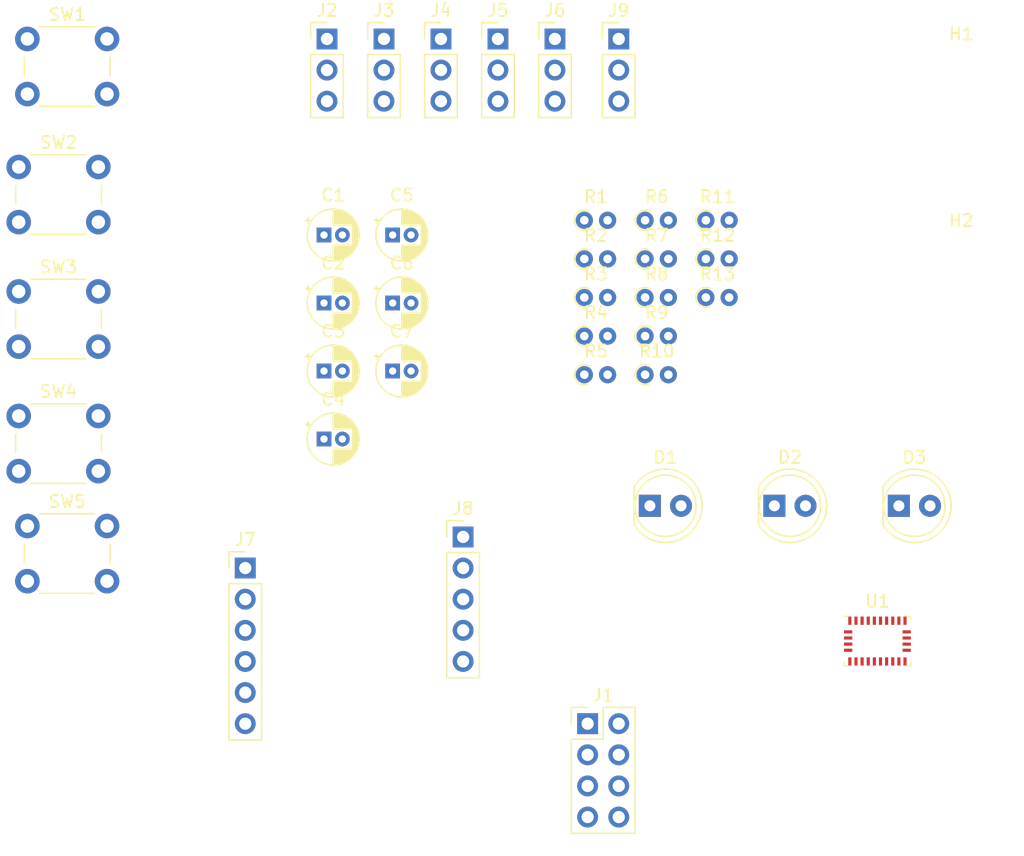
<source format=kicad_pcb>
(kicad_pcb (version 20221018) (generator pcbnew)
  (layers (0 "F.Cu" signal) (31 "B.Cu" signal) (34 "B.Paste" user) (35 "F.Paste" user) (36 "B.SilkS" user "B.Silkscreen") (37 "F.SilkS" user "F.Silkscreen") (38 "B.Mask" user) (39 "F.Mask" user) (44 "Edge.Cuts" user))
  (net 0 "")
  (net 1 "/RST")
  (net 2 "GND")
  (net 3 "/SW0")
  (net 4 "/SW1")
  (net 5 "/SW2")
  (net 6 "+3.3V")
  (net 7 "Net-(U1-CAP)")
  (net 8 "Net-(D1-K)")
  (net 9 "Net-(D2-K)")
  (net 10 "/LED0")
  (net 11 "Net-(D3-K)")
  (net 12 "/LED1")
  (net 13 "VBUS")
  (net 14 "+5V")
  (net 15 "/GP0_UART0_TX")
  (net 16 "/GP1_UART0_RX")
  (net 17 "/GP8_UART1_TX")
  (net 18 "/GP9_UART1_RX")
  (net 19 "VDDA")
  (net 20 "/GP26_ADC0")
  (net 21 "GNDA")
  (net 22 "/GP27_ADC1")
  (net 23 "/GP28_ADC2")
  (net 24 "/SPI0_CS")
  (net 25 "/SPI0_SCK")
  (net 26 "/SPI0_MOSI")
  (net 27 "/SPI0_MISO")
  (net 28 "/GP7_AD0")
  (net 29 "/I2C1_SDA")
  (net 30 "/I2C1_SCL")
  (net 31 "/SWCLK")
  (net 32 "/SWDIO")
  (net 33 "Net-(R4-Pad1)")
  (net 34 "+3V3")
  (net 35 "Net-(R6-Pad1)")
  (net 36 "Net-(R8-Pad1)")
  (net 37 "Net-(R10-Pad1)")
  (net 38 "Net-(R13-Pad1)")
  (net 45 "/GP6_INT")
  (net 46 "/I2C0_SCL")
  (net 47 "/I2C0_SDA")
  (footprint "Capacitor_THT:CP_Radial_D4.0mm_P1.50mm" (layer "F.Cu") (at 113.629602 72.82)
    (fp_text reference "C7" (at 0.75 -3.25) (layer "F.SilkS"))
    (fp_text value "100nF")
    (pad "1" thru_hole rect (at 0 0) (size 1.2 1.2) (drill 0.6) (layers "*.Cu" "*.Mask") (net 2 "GND"))
    (pad "2" thru_hole circle (at 1.5 0) (size 1.2 1.2) (drill 0.6) (layers "*.Cu" "*.Mask") (net 7 "Net-(U1-CAP)"))
  )
  (footprint "Connector_PinHeader_2.54mm:PinHeader_1x03_P2.54mm_Vertical" (layer "F.Cu") (at 132.08 45.72)
    (fp_text reference "J9" (at 0 -2.33) (layer "F.SilkS"))
    (fp_text value "Conn_01x03")
    (pad "1" thru_hole rect (at 0 0) (size 1.7 1.7) (drill 1) (layers "*.Cu" "*.Mask") (net 2 "GND"))
    (pad "2" thru_hole oval (at 0 2.54) (size 1.7 1.7) (drill 1) (layers "*.Cu" "*.Mask") (net 31 "/SWCLK"))
    (pad "3" thru_hole oval (at 0 5.08) (size 1.7 1.7) (drill 1) (layers "*.Cu" "*.Mask") (net 32 "/SWDIO"))
  )
  (footprint "LED_THT:LED_D5.0mm" (layer "F.Cu") (at 134.62 83.82)
    (fp_text reference "D1" (at 1.27 -3.96) (layer "F.SilkS"))
    (fp_text value "LED")
    (pad "1" thru_hole rect (at 0 0) (size 1.8 1.8) (drill 0.9) (layers "*.Cu" "*.Mask") (net 8 "Net-(D1-K)"))
    (pad "2" thru_hole circle (at 2.54 0) (size 1.8 1.8) (drill 0.9) (layers "*.Cu" "*.Mask") (net 6 "+3.3V"))
  )
  (footprint "Resistor_THT:R_Axial_DIN0204_L3.6mm_D1.6mm_P1.90mm_Vertical" (layer "F.Cu") (at 134.23 66.82)
    (fp_text reference "R8" (at 0.95 -1.92) (layer "F.SilkS"))
    (fp_text value "100")
    (pad "1" thru_hole circle (at 0 0) (size 1.4 1.4) (drill 0.7) (layers "*.Cu" "*.Mask") (net 36 "Net-(R8-Pad1)"))
    (pad "2" thru_hole oval (at 1.9 0) (size 1.4 1.4) (drill 0.7) (layers "*.Cu" "*.Mask") (net 2 "GND"))
  )
  (footprint "Resistor_THT:R_Axial_DIN0204_L3.6mm_D1.6mm_P1.90mm_Vertical" (layer "F.Cu") (at 134.23 69.97)
    (fp_text reference "R9" (at 0.95 -1.92) (layer "F.SilkS"))
    (fp_text value "10k")
    (pad "1" thru_hole circle (at 0 0) (size 1.4 1.4) (drill 0.7) (layers "*.Cu" "*.Mask") (net 34 "+3V3"))
    (pad "2" thru_hole oval (at 1.9 0) (size 1.4 1.4) (drill 0.7) (layers "*.Cu" "*.Mask") (net 4 "/SW1"))
  )
  (footprint "Connector_PinHeader_2.54mm:PinHeader_1x03_P2.54mm_Vertical" (layer "F.Cu") (at 112.92 45.72)
    (fp_text reference "J3" (at 0 -2.33) (layer "F.SilkS"))
    (fp_text value "Conn_01x03")
    (pad "1" thru_hole rect (at 0 0) (size 1.7 1.7) (drill 1) (layers "*.Cu" "*.Mask") (net 2 "GND"))
    (pad "2" thru_hole oval (at 0 2.54) (size 1.7 1.7) (drill 1) (layers "*.Cu" "*.Mask") (net 17 "/GP8_UART1_TX"))
    (pad "3" thru_hole oval (at 0 5.08) (size 1.7 1.7) (drill 1) (layers "*.Cu" "*.Mask") (net 18 "/GP9_UART1_RX"))
  )
  (footprint "Resistor_THT:R_Axial_DIN0204_L3.6mm_D1.6mm_P1.90mm_Vertical" (layer "F.Cu") (at 139.19 66.82)
    (fp_text reference "R13" (at 0.95 -1.92) (layer "F.SilkS"))
    (fp_text value "100")
    (pad "1" thru_hole circle (at 0 0) (size 1.4 1.4) (drill 0.7) (layers "*.Cu" "*.Mask") (net 38 "Net-(R13-Pad1)"))
    (pad "2" thru_hole oval (at 1.9 0) (size 1.4 1.4) (drill 0.7) (layers "*.Cu" "*.Mask") (net 2 "GND"))
  )
  (footprint "Resistor_THT:R_Axial_DIN0204_L3.6mm_D1.6mm_P1.90mm_Vertical" (layer "F.Cu") (at 129.27 63.67)
    (fp_text reference "R2" (at 0.95 -1.92) (layer "F.SilkS"))
    (fp_text value "330")
    (pad "1" thru_hole circle (at 0 0) (size 1.4 1.4) (drill 0.7) (layers "*.Cu" "*.Mask") (net 9 "Net-(D2-K)"))
    (pad "2" thru_hole oval (at 1.9 0) (size 1.4 1.4) (drill 0.7) (layers "*.Cu" "*.Mask") (net 2 "GND"))
  )
  (footprint "Connector_PinHeader_2.54mm:PinHeader_1x06_P2.54mm_Vertical" (layer "F.Cu") (at 101.6 88.9)
    (fp_text reference "J7" (at 0 -2.33) (layer "F.SilkS"))
    (fp_text value "Conn_01x06")
    (pad "1" thru_hole rect (at 0 0) (size 1.7 1.7) (drill 1) (layers "*.Cu" "*.Mask") (net 24 "/SPI0_CS"))
    (pad "2" thru_hole oval (at 0 2.54) (size 1.7 1.7) (drill 1) (layers "*.Cu" "*.Mask") (net 25 "/SPI0_SCK"))
    (pad "3" thru_hole oval (at 0 5.08) (size 1.7 1.7) (drill 1) (layers "*.Cu" "*.Mask") (net 26 "/SPI0_MOSI"))
    (pad "4" thru_hole oval (at 0 7.62) (size 1.7 1.7) (drill 1) (layers "*.Cu" "*.Mask") (net 27 "/SPI0_MISO"))
    (pad "5" thru_hole oval (at 0 10.16) (size 1.7 1.7) (drill 1) (layers "*.Cu" "*.Mask") (net 14 "+5V"))
    (pad "6" thru_hole oval (at 0 12.7) (size 1.7 1.7) (drill 1) (layers "*.Cu" "*.Mask") (net 2 "GND"))
  )
  (footprint "Button_Switch_THT:SW_PUSH_6mm" (layer "F.Cu") (at 83.82 45.72)
    (fp_text reference "SW1" (at 3.25 -2) (layer "F.SilkS"))
    (fp_text value "SW_Push")
    (pad "1" thru_hole circle (at 0 0 90) (size 2 2) (drill 1.1) (layers "*.Cu" "*.Mask") (net 33 "Net-(R4-Pad1)"))
    (pad "1" thru_hole circle (at 6.5 0 90) (size 2 2) (drill 1.1) (layers "*.Cu" "*.Mask") (net 33 "Net-(R4-Pad1)"))
    (pad "2" thru_hole circle (at 0 4.5 90) (size 2 2) (drill 1.1) (layers "*.Cu" "*.Mask") (net 1 "/RST"))
    (pad "2" thru_hole circle (at 6.5 4.5 90) (size 2 2) (drill 1.1) (layers "*.Cu" "*.Mask") (net 1 "/RST"))
  )
  (footprint "Package_LGA:LGA-28_5.2x3.8mm_P0.5mm" (layer "F.Cu") (at 153.19 94.8575)
    (fp_text reference "U1" (at 0 -3.25) (layer "F.SilkS"))
    (fp_text value "BNO055")
    (pad "1" smd rect (at -2.25 -1.6625) (size 0.254 0.675) (layers "F.Cu" "F.Paste" "F.Mask"))
    (pad "2" smd rect (at -2.3875 -0.75 90) (size 0.254 0.675) (layers "F.Cu" "F.Paste" "F.Mask") (net 2 "GND"))
    (pad "3" smd rect (at -2.3875 -0.25 90) (size 0.254 0.675) (layers "F.Cu" "F.Paste" "F.Mask") (net 6 "+3.3V"))
    (pad "4" smd rect (at -2.3875 0.25 90) (size 0.254 0.675) (layers "F.Cu" "F.Paste" "F.Mask") (net 6 "+3.3V"))
    (pad "5" smd rect (at -2.3875 0.75 90) (size 0.254 0.675) (layers "F.Cu" "F.Paste" "F.Mask") (net 2 "GND"))
    (pad "6" smd rect (at -2.25 1.6625) (size 0.254 0.675) (layers "F.Cu" "F.Paste" "F.Mask") (net 2 "GND"))
    (pad "7" smd rect (at -1.75 1.6625) (size 0.254 0.675) (layers "F.Cu" "F.Paste" "F.Mask"))
    (pad "8" smd rect (at -1.25 1.6625) (size 0.254 0.675) (layers "F.Cu" "F.Paste" "F.Mask"))
    (pad "9" smd rect (at -0.75 1.6625) (size 0.254 0.675) (layers "F.Cu" "F.Paste" "F.Mask") (net 7 "Net-(U1-CAP)"))
    (pad "10" smd rect (at -0.25 1.6625) (size 0.254 0.675) (layers "F.Cu" "F.Paste" "F.Mask"))
    (pad "11" smd rect (at 0.25 1.6625) (size 0.254 0.675) (layers "F.Cu" "F.Paste" "F.Mask") (net 1 "/RST"))
    (pad "12" smd rect (at 0.75 1.6625) (size 0.254 0.675) (layers "F.Cu" "F.Paste" "F.Mask"))
    (pad "13" smd rect (at 1.25 1.6625) (size 0.254 0.675) (layers "F.Cu" "F.Paste" "F.Mask"))
    (pad "14" smd rect (at 1.75 1.6625) (size 0.254 0.675) (layers "F.Cu" "F.Paste" "F.Mask") (net 45 "/GP6_INT"))
    (pad "15" smd rect (at 2.25 1.6625) (size 0.254 0.675) (layers "F.Cu" "F.Paste" "F.Mask") (net 2 "GND"))
    (pad "16" smd rect (at 2.3875 0.75 90) (size 0.254 0.675) (layers "F.Cu" "F.Paste" "F.Mask") (net 2 "GND"))
    (pad "17" smd rect (at 2.3875 0.25 90) (size 0.254 0.675) (layers "F.Cu" "F.Paste" "F.Mask") (net 2 "GND"))
    (pad "18" smd rect (at 2.3875 -0.25 90) (size 0.254 0.675) (layers "F.Cu" "F.Paste" "F.Mask") (net 2 "GND"))
    (pad "19" smd rect (at 2.3875 -0.75 90) (size 0.254 0.675) (layers "F.Cu" "F.Paste" "F.Mask") (net 46 "/I2C0_SCL"))
    (pad "20" smd rect (at 2.25 -1.6625) (size 0.254 0.675) (layers "F.Cu" "F.Paste" "F.Mask") (net 47 "/I2C0_SDA"))
    (pad "21" smd rect (at 1.75 -1.6625) (size 0.254 0.675) (layers "F.Cu" "F.Paste" "F.Mask"))
    (pad "22" smd rect (at 1.25 -1.6625) (size 0.254 0.675) (layers "F.Cu" "F.Paste" "F.Mask"))
    (pad "23" smd rect (at 0.75 -1.6625) (size 0.254 0.675) (layers "F.Cu" "F.Paste" "F.Mask"))
    (pad "24" smd rect (at 0.25 -1.6625) (size 0.254 0.675) (layers "F.Cu" "F.Paste" "F.Mask"))
    (pad "25" smd rect (at -0.25 -1.6625) (size 0.254 0.675) (layers "F.Cu" "F.Paste" "F.Mask") (net 2 "GND"))
    (pad "26" smd rect (at -0.75 -1.6625) (size 0.254 0.675) (layers "F.Cu" "F.Paste" "F.Mask"))
    (pad "27" smd rect (at -1.25 -1.6625) (size 0.254 0.675) (layers "F.Cu" "F.Paste" "F.Mask"))
    (pad "28" smd rect (at -1.75 -1.6625) (size 0.254 0.675) (layers "F.Cu" "F.Paste" "F.Mask") (net 6 "+3.3V"))
  )
  (footprint "Capacitor_THT:CP_Radial_D4.0mm_P1.50mm" (layer "F.Cu") (at 108.024801 61.72)
    (fp_text reference "C1" (at 0.75 -3.25) (layer "F.SilkS"))
    (fp_text value "100nF")
    (pad "1" thru_hole rect (at 0 0) (size 1.2 1.2) (drill 0.6) (layers "*.Cu" "*.Mask") (net 1 "/RST"))
    (pad "2" thru_hole circle (at 1.5 0) (size 1.2 1.2) (drill 0.6) (layers "*.Cu" "*.Mask") (net 2 "GND"))
  )
  (footprint "Resistor_THT:R_Axial_DIN0204_L3.6mm_D1.6mm_P1.90mm_Vertical" (layer "F.Cu") (at 129.27 60.52)
    (fp_text reference "R1" (at 0.95 -1.92) (layer "F.SilkS"))
    (fp_text value "330")
    (pad "1" thru_hole circle (at 0 0) (size 1.4 1.4) (drill 0.7) (layers "*.Cu" "*.Mask") (net 8 "Net-(D1-K)"))
    (pad "2" thru_hole oval (at 1.9 0) (size 1.4 1.4) (drill 0.7) (layers "*.Cu" "*.Mask") (net 2 "GND"))
  )
  (footprint "Capacitor_THT:CP_Radial_D4.0mm_P1.50mm" (layer "F.Cu") (at 108.024801 78.37)
    (fp_text reference "C4" (at 0.75 -3.25) (layer "F.SilkS"))
    (fp_text value "100nF")
    (pad "1" thru_hole rect (at 0 0) (size 1.2 1.2) (drill 0.6) (layers "*.Cu" "*.Mask") (net 5 "/SW2"))
    (pad "2" thru_hole circle (at 1.5 0) (size 1.2 1.2) (drill 0.6) (layers "*.Cu" "*.Mask") (net 2 "GND"))
  )
  (footprint "Connector_PinHeader_2.54mm:PinHeader_1x03_P2.54mm_Vertical" (layer "F.Cu") (at 108.27 45.72)
    (fp_text reference "J2" (at 0 -2.33) (layer "F.SilkS"))
    (fp_text value "Conn_01x03")
    (pad "1" thru_hole rect (at 0 0) (size 1.7 1.7) (drill 1) (layers "*.Cu" "*.Mask") (net 2 "GND"))
    (pad "2" thru_hole oval (at 0 2.54) (size 1.7 1.7) (drill 1) (layers "*.Cu" "*.Mask") (net 15 "/GP0_UART0_TX"))
    (pad "3" thru_hole oval (at 0 5.08) (size 1.7 1.7) (drill 1) (layers "*.Cu" "*.Mask") (net 16 "/GP1_UART0_RX"))
  )
  (footprint "Button_Switch_THT:SW_PUSH_6mm" (layer "F.Cu") (at 83.82 85.47)
    (fp_text reference "SW5" (at 3.25 -2) (layer "F.SilkS"))
    (fp_text value "SW_Push")
    (pad "1" thru_hole circle (at 0 0 90) (size 2 2) (drill 1.1) (layers "*.Cu" "*.Mask") (net 38 "Net-(R13-Pad1)"))
    (pad "1" thru_hole circle (at 6.5 0 90) (size 2 2) (drill 1.1) (layers "*.Cu" "*.Mask") (net 38 "Net-(R13-Pad1)"))
    (pad "2" thru_hole circle (at 0 4.5 90) (size 2 2) (drill 1.1) (layers "*.Cu" "*.Mask") (net 5 "/SW2"))
    (pad "2" thru_hole circle (at 6.5 4.5 90) (size 2 2) (drill 1.1) (layers "*.Cu" "*.Mask") (net 5 "/SW2"))
  )
  (footprint "Resistor_THT:R_Axial_DIN0204_L3.6mm_D1.6mm_P1.90mm_Vertical" (layer "F.Cu") (at 139.19 63.67)
    (fp_text reference "R12" (at 0.95 -1.92) (layer "F.SilkS"))
    (fp_text value "10k")
    (pad "1" thru_hole circle (at 0 0) (size 1.4 1.4) (drill 0.7) (layers "*.Cu" "*.Mask") (net 34 "+3V3"))
    (pad "2" thru_hole oval (at 1.9 0) (size 1.4 1.4) (drill 0.7) (layers "*.Cu" "*.Mask") (net 5 "/SW2"))
  )
  (footprint "LED_THT:LED_D5.0mm" (layer "F.Cu") (at 144.78 83.82)
    (fp_text reference "D2" (at 1.27 -3.96) (layer "F.SilkS"))
    (fp_text value "LED")
    (pad "1" thru_hole rect (at 0 0) (size 1.8 1.8) (drill 0.9) (layers "*.Cu" "*.Mask") (net 9 "Net-(D2-K)"))
    (pad "2" thru_hole circle (at 2.54 0) (size 1.8 1.8) (drill 0.9) (layers "*.Cu" "*.Mask") (net 10 "/LED0"))
  )
  (footprint "Resistor_THT:R_Axial_DIN0204_L3.6mm_D1.6mm_P1.90mm_Vertical" (layer "F.Cu") (at 134.23 63.67)
    (fp_text reference "R7" (at 0.95 -1.92) (layer "F.SilkS"))
    (fp_text value "10k")
    (pad "1" thru_hole circle (at 0 0) (size 1.4 1.4) (drill 0.7) (layers "*.Cu" "*.Mask") (net 34 "+3V3"))
    (pad "2" thru_hole oval (at 1.9 0) (size 1.4 1.4) (drill 0.7) (layers "*.Cu" "*.Mask") (net 3 "/SW0"))
  )
  (footprint "Resistor_THT:R_Axial_DIN0204_L3.6mm_D1.6mm_P1.90mm_Vertical" (layer "F.Cu") (at 129.27 73.12)
    (fp_text reference "R5" (at 0.95 -1.92) (layer "F.SilkS"))
    (fp_text value "10k")
    (pad "1" thru_hole circle (at 0 0) (size 1.4 1.4) (drill 0.7) (layers "*.Cu" "*.Mask") (net 34 "+3V3"))
    (pad "2" thru_hole oval (at 1.9 0) (size 1.4 1.4) (drill 0.7) (layers "*.Cu" "*.Mask") (net 1 "/RST"))
  )
  (footprint "Button_Switch_THT:SW_PUSH_6mm" (layer "F.Cu") (at 83.11 76.49)
    (fp_text reference "SW4" (at 3.25 -2) (layer "F.SilkS"))
    (fp_text value "SW_Push")
    (pad "1" thru_hole circle (at 0 0 90) (size 2 2) (drill 1.1) (layers "*.Cu" "*.Mask") (net 37 "Net-(R10-Pad1)"))
    (pad "1" thru_hole circle (at 6.5 0 90) (size 2 2) (drill 1.1) (layers "*.Cu" "*.Mask") (net 37 "Net-(R10-Pad1)"))
    (pad "2" thru_hole circle (at 0 4.5 90) (size 2 2) (drill 1.1) (layers "*.Cu" "*.Mask") (net 5 "/SW2"))
    (pad "2" thru_hole circle (at 6.5 4.5 90) (size 2 2) (drill 1.1) (layers "*.Cu" "*.Mask") (net 5 "/SW2"))
  )
  (footprint "Resistor_THT:R_Axial_DIN0204_L3.6mm_D1.6mm_P1.90mm_Vertical" (layer "F.Cu") (at 129.27 66.82)
    (fp_text reference "R3" (at 0.95 -1.92) (layer "F.SilkS"))
    (fp_text value "330")
    (pad "1" thru_hole circle (at 0 0) (size 1.4 1.4) (drill 0.7) (layers "*.Cu" "*.Mask") (net 11 "Net-(D3-K)"))
    (pad "2" thru_hole oval (at 1.9 0) (size 1.4 1.4) (drill 0.7) (layers "*.Cu" "*.Mask") (net 2 "GND"))
  )
  (footprint "MountingHole:MountingHole_4.5mm" (layer "F.Cu") (at 160.02 50.8)
    (fp_text reference "H1" (at 0 -5.5) (layer "F.SilkS"))
    (fp_text value "MountingHole")
    (pad "" np_thru_hole circle (at 0 0) (size 4.5 4.5) (drill 4.5) (layers "*.Cu" "*.Mask"))
  )
  (footprint "Button_Switch_THT:SW_PUSH_6mm" (layer "F.Cu") (at 83.11 66.33)
    (fp_text reference "SW3" (at 3.25 -2) (layer "F.SilkS"))
    (fp_text value "SW_Push")
    (pad "1" thru_hole circle (at 0 0 90) (size 2 2) (drill 1.1) (layers "*.Cu" "*.Mask") (net 36 "Net-(R8-Pad1)"))
    (pad "1" thru_hole circle (at 6.5 0 90) (size 2 2) (drill 1.1) (layers "*.Cu" "*.Mask") (net 36 "Net-(R8-Pad1)"))
    (pad "2" thru_hole circle (at 0 4.5 90) (size 2 2) (drill 1.1) (layers "*.Cu" "*.Mask") (net 4 "/SW1"))
    (pad "2" thru_hole circle (at 6.5 4.5 90) (size 2 2) (drill 1.1) (layers "*.Cu" "*.Mask") (net 4 "/SW1"))
  )
  (footprint "Resistor_THT:R_Axial_DIN0204_L3.6mm_D1.6mm_P1.90mm_Vertical" (layer "F.Cu") (at 134.23 60.52)
    (fp_text reference "R6" (at 0.95 -1.92) (layer "F.SilkS"))
    (fp_text value "100")
    (pad "1" thru_hole circle (at 0 0) (size 1.4 1.4) (drill 0.7) (layers "*.Cu" "*.Mask") (net 35 "Net-(R6-Pad1)"))
    (pad "2" thru_hole oval (at 1.9 0) (size 1.4 1.4) (drill 0.7) (layers "*.Cu" "*.Mask") (net 2 "GND"))
  )
  (footprint "Connector_PinHeader_2.54mm:PinHeader_1x03_P2.54mm_Vertical" (layer "F.Cu") (at 126.87 45.72)
    (fp_text reference "J6" (at 0 -2.33) (layer "F.SilkS"))
    (fp_text value "Conn_01x03")
    (pad "1" thru_hole rect (at 0 0) (size 1.7 1.7) (drill 1) (layers "*.Cu" "*.Mask") (net 19 "VDDA"))
    (pad "2" thru_hole oval (at 0 2.54) (size 1.7 1.7) (drill 1) (layers "*.Cu" "*.Mask") (net 23 "/GP28_ADC2"))
    (pad "3" thru_hole oval (at 0 5.08) (size 1.7 1.7) (drill 1) (layers "*.Cu" "*.Mask") (net 21 "GNDA"))
  )
  (footprint "Button_Switch_THT:SW_PUSH_6mm" (layer "F.Cu") (at 83.11 56.17)
    (fp_text reference "SW2" (at 3.25 -2) (layer "F.SilkS"))
    (fp_text value "SW_Push")
    (pad "1" thru_hole circle (at 0 0 90) (size 2 2) (drill 1.1) (layers "*.Cu" "*.Mask") (net 35 "Net-(R6-Pad1)"))
    (pad "1" thru_hole circle (at 6.5 0 90) (size 2 2) (drill 1.1) (layers "*.Cu" "*.Mask") (net 35 "Net-(R6-Pad1)"))
    (pad "2" thru_hole circle (at 0 4.5 90) (size 2 2) (drill 1.1) (layers "*.Cu" "*.Mask") (net 3 "/SW0"))
    (pad "2" thru_hole circle (at 6.5 4.5 90) (size 2 2) (drill 1.1) (layers "*.Cu" "*.Mask") (net 3 "/SW0"))
  )
  (footprint "Capacitor_THT:CP_Radial_D4.0mm_P1.50mm" (layer "F.Cu") (at 113.629602 61.72)
    (fp_text reference "C5" (at 0.75 -3.25) (layer "F.SilkS"))
    (fp_text value "100nF")
    (pad "1" thru_hole rect (at 0 0) (size 1.2 1.2) (drill 0.6) (layers "*.Cu" "*.Mask") (net 5 "/SW2"))
    (pad "2" thru_hole circle (at 1.5 0) (size 1.2 1.2) (drill 0.6) (layers "*.Cu" "*.Mask") (net 2 "GND"))
  )
  (footprint "Connector_PinHeader_2.54mm:PinHeader_1x03_P2.54mm_Vertical" (layer "F.Cu") (at 122.22 45.72)
    (fp_text reference "J5" (at 0 -2.33) (layer "F.SilkS"))
    (fp_text value "Conn_01x03")
    (pad "1" thru_hole rect (at 0 0) (size 1.7 1.7) (drill 1) (layers "*.Cu" "*.Mask") (net 19 "VDDA"))
    (pad "2" thru_hole oval (at 0 2.54) (size 1.7 1.7) (drill 1) (layers "*.Cu" "*.Mask") (net 22 "/GP27_ADC1"))
    (pad "3" thru_hole oval (at 0 5.08) (size 1.7 1.7) (drill 1) (layers "*.Cu" "*.Mask") (net 21 "GNDA"))
  )
  (footprint "Capacitor_THT:CP_Radial_D4.0mm_P1.50mm" (layer "F.Cu") (at 108.024801 72.82)
    (fp_text reference "C3" (at 0.75 -3.25) (layer "F.SilkS"))
    (fp_text value "100nF")
    (pad "1" thru_hole rect (at 0 0) (size 1.2 1.2) (drill 0.6) (layers "*.Cu" "*.Mask") (net 4 "/SW1"))
    (pad "2" thru_hole circle (at 1.5 0) (size 1.2 1.2) (drill 0.6) (layers "*.Cu" "*.Mask") (net 2 "GND"))
  )
  (footprint "Resistor_THT:R_Axial_DIN0204_L3.6mm_D1.6mm_P1.90mm_Vertical" (layer "F.Cu") (at 139.19 60.52)
    (fp_text reference "R11" (at 0.95 -1.92) (layer "F.SilkS"))
    (fp_text value "10k")
    (pad "1" thru_hole circle (at 0 0) (size 1.4 1.4) (drill 0.7) (layers "*.Cu" "*.Mask") (net 34 "+3V3"))
    (pad "2" thru_hole oval (at 1.9 0) (size 1.4 1.4) (drill 0.7) (layers "*.Cu" "*.Mask") (net 5 "/SW2"))
  )
  (footprint "LED_THT:LED_D5.0mm" (layer "F.Cu") (at 154.94 83.82)
    (fp_text reference "D3" (at 1.27 -3.96) (layer "F.SilkS"))
    (fp_text value "LED")
    (pad "1" thru_hole rect (at 0 0) (size 1.8 1.8) (drill 0.9) (layers "*.Cu" "*.Mask") (net 11 "Net-(D3-K)"))
    (pad "2" thru_hole circle (at 2.54 0) (size 1.8 1.8) (drill 0.9) (layers "*.Cu" "*.Mask") (net 12 "/LED1"))
  )
  (footprint "Capacitor_THT:CP_Radial_D4.0mm_P1.50mm" (layer "F.Cu") (at 108.024801 67.27)
    (fp_text reference "C2" (at 0.75 -3.25) (layer "F.SilkS"))
    (fp_text value "100nF")
    (pad "1" thru_hole rect (at 0 0) (size 1.2 1.2) (drill 0.6) (layers "*.Cu" "*.Mask") (net 3 "/SW0"))
    (pad "2" thru_hole circle (at 1.5 0) (size 1.2 1.2) (drill 0.6) (layers "*.Cu" "*.Mask") (net 2 "GND"))
  )
  (footprint "Resistor_THT:R_Axial_DIN0204_L3.6mm_D1.6mm_P1.90mm_Vertical" (layer "F.Cu") (at 129.27 69.97)
    (fp_text reference "R4" (at 0.95 -1.92) (layer "F.SilkS"))
    (fp_text value "100")
    (pad "1" thru_hole circle (at 0 0) (size 1.4 1.4) (drill 0.7) (layers "*.Cu" "*.Mask") (net 33 "Net-(R4-Pad1)"))
    (pad "2" thru_hole oval (at 1.9 0) (size 1.4 1.4) (drill 0.7) (layers "*.Cu" "*.Mask") (net 2 "GND"))
  )
  (footprint "Connector_PinHeader_2.54mm:PinHeader_1x05_P2.54mm_Vertical" (layer "F.Cu") (at 119.38 86.36)
    (fp_text reference "J8" (at 0 -2.33) (layer "F.SilkS"))
    (fp_text value "Conn_01x05")
    (pad "1" thru_hole rect (at 0 0) (size 1.7 1.7) (drill 1) (layers "*.Cu" "*.Mask") (net 28 "/GP7_AD0"))
    (pad "2" thru_hole oval (at 0 2.54) (size 1.7 1.7) (drill 1) (layers "*.Cu" "*.Mask") (net 29 "/I2C1_SDA"))
    (pad "3" thru_hole oval (at 0 5.08) (size 1.7 1.7) (drill 1) (layers "*.Cu" "*.Mask") (net 30 "/I2C1_SCL"))
    (pad "4" thru_hole oval (at 0 7.62) (size 1.7 1.7) (drill 1) (layers "*.Cu" "*.Mask") (net 2 "GND"))
    (pad "5" thru_hole oval (at 0 10.16) (size 1.7 1.7) (drill 1) (layers "*.Cu" "*.Mask") (net 6 "+3.3V"))
  )
  (footprint "Resistor_THT:R_Axial_DIN0204_L3.6mm_D1.6mm_P1.90mm_Vertical" (layer "F.Cu") (at 134.23 73.12)
    (fp_text reference "R10" (at 0.95 -1.92) (layer "F.SilkS"))
    (fp_text value "100")
    (pad "1" thru_hole circle (at 0 0) (size 1.4 1.4) (drill 0.7) (layers "*.Cu" "*.Mask") (net 37 "Net-(R10-Pad1)"))
    (pad "2" thru_hole oval (at 1.9 0) (size 1.4 1.4) (drill 0.7) (layers "*.Cu" "*.Mask") (net 2 "GND"))
  )
  (footprint "MountingHole:MountingHole_4.5mm" (layer "F.Cu") (at 160.02 66.04)
    (fp_text reference "H2" (at 0 -5.5) (layer "F.SilkS"))
    (fp_text value "MountingHole")
    (pad "" np_thru_hole circle (at 0 0) (size 4.5 4.5) (drill 4.5) (layers "*.Cu" "*.Mask"))
  )
  (footprint "Connector_PinHeader_2.54mm:PinHeader_2x04_P2.54mm_Vertical" (layer "F.Cu") (at 129.54 101.6)
    (fp_text reference "J1" (at 1.27 -2.33) (layer "F.SilkS"))
    (fp_text value "Conn_02x04_Odd_Even")
    (pad "1" thru_hole rect (at 0 0) (size 1.7 1.7) (drill 1) (layers "*.Cu" "*.Mask") (net 2 "GND"))
    (pad "2" thru_hole oval (at 2.54 0) (size 1.7 1.7) (drill 1) (layers "*.Cu" "*.Mask") (net 2 "GND"))
    (pad "3" thru_hole oval (at 0 2.54) (size 1.7 1.7) (drill 1) (layers "*.Cu" "*.Mask") (net 13 "VBUS"))
    (pad "4" thru_hole oval (at 2.54 2.54) (size 1.7 1.7) (drill 1) (layers "*.Cu" "*.Mask") (net 13 "VBUS"))
    (pad "5" thru_hole oval (at 0 5.08) (size 1.7 1.7) (drill 1) (layers "*.Cu" "*.Mask") (net 14 "+5V"))
    (pad "6" thru_hole oval (at 2.54 5.08) (size 1.7 1.7) (drill 1) (layers "*.Cu" "*.Mask") (net 14 "+5V"))
    (pad "7" thru_hole oval (at 0 7.62) (size 1.7 1.7) (drill 1) (layers "*.Cu" "*.Mask") (net 6 "+3.3V"))
    (pad "8" thru_hole oval (at 2.54 7.62) (size 1.7 1.7) (drill 1) (layers "*.Cu" "*.Mask") (net 6 "+3.3V"))
  )
  (footprint "Capacitor_THT:CP_Radial_D4.0mm_P1.50mm" (layer "F.Cu") (at 113.629602 67.27)
    (fp_text reference "C6" (at 0.75 -3.25) (layer "F.SilkS"))
    (fp_text value "100nF")
    (pad "1" thru_hole rect (at 0 0) (size 1.2 1.2) (drill 0.6) (layers "*.Cu" "*.Mask") (net 2 "GND"))
    (pad "2" thru_hole circle (at 1.5 0) (size 1.2 1.2) (drill 0.6) (layers "*.Cu" "*.Mask") (net 6 "+3.3V"))
  )
  (footprint "Connector_PinHeader_2.54mm:PinHeader_1x03_P2.54mm_Vertical" (layer "F.Cu") (at 117.57 45.72)
    (fp_text reference "J4" (at 0 -2.33) (layer "F.SilkS"))
    (fp_text value "Conn_01x03")
    (pad "1" thru_hole rect (at 0 0) (size 1.7 1.7) (drill 1) (layers "*.Cu" "*.Mask") (net 19 "VDDA"))
    (pad "2" thru_hole oval (at 0 2.54) (size 1.7 1.7) (drill 1) (layers "*.Cu" "*.Mask") (net 20 "/GP26_ADC0"))
    (pad "3" thru_hole oval (at 0 5.08) (size 1.7 1.7) (drill 1) (layers "*.Cu" "*.Mask") (net 21 "GNDA"))
  )
)
</source>
